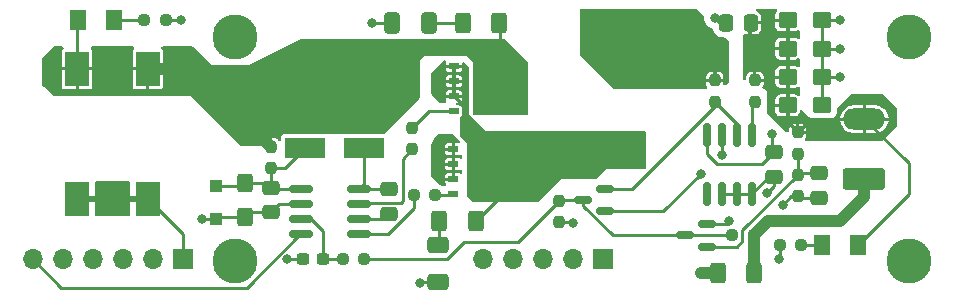
<source format=gbr>
%TF.GenerationSoftware,KiCad,Pcbnew,(6.0.1)*%
%TF.CreationDate,2022-06-13T19:43:20+02:00*%
%TF.ProjectId,Buck IRS25411,4275636b-2049-4525-9332-353431312e6b,rev?*%
%TF.SameCoordinates,Original*%
%TF.FileFunction,Copper,L1,Top*%
%TF.FilePolarity,Positive*%
%FSLAX46Y46*%
G04 Gerber Fmt 4.6, Leading zero omitted, Abs format (unit mm)*
G04 Created by KiCad (PCBNEW (6.0.1)) date 2022-06-13 19:43:20*
%MOMM*%
%LPD*%
G01*
G04 APERTURE LIST*
G04 Aperture macros list*
%AMRoundRect*
0 Rectangle with rounded corners*
0 $1 Rounding radius*
0 $2 $3 $4 $5 $6 $7 $8 $9 X,Y pos of 4 corners*
0 Add a 4 corners polygon primitive as box body*
4,1,4,$2,$3,$4,$5,$6,$7,$8,$9,$2,$3,0*
0 Add four circle primitives for the rounded corners*
1,1,$1+$1,$2,$3*
1,1,$1+$1,$4,$5*
1,1,$1+$1,$6,$7*
1,1,$1+$1,$8,$9*
0 Add four rect primitives between the rounded corners*
20,1,$1+$1,$2,$3,$4,$5,0*
20,1,$1+$1,$4,$5,$6,$7,0*
20,1,$1+$1,$6,$7,$8,$9,0*
20,1,$1+$1,$8,$9,$2,$3,0*%
G04 Aperture macros list end*
%TA.AperFunction,SMDPad,CuDef*%
%ADD10RoundRect,0.250000X0.337500X0.475000X-0.337500X0.475000X-0.337500X-0.475000X0.337500X-0.475000X0*%
%TD*%
%TA.AperFunction,ConnectorPad*%
%ADD11C,3.800000*%
%TD*%
%TA.AperFunction,ComponentPad*%
%ADD12C,2.600000*%
%TD*%
%TA.AperFunction,SMDPad,CuDef*%
%ADD13RoundRect,0.237500X-0.250000X-0.237500X0.250000X-0.237500X0.250000X0.237500X-0.250000X0.237500X0*%
%TD*%
%TA.AperFunction,SMDPad,CuDef*%
%ADD14RoundRect,0.237500X0.250000X0.237500X-0.250000X0.237500X-0.250000X-0.237500X0.250000X-0.237500X0*%
%TD*%
%TA.AperFunction,SMDPad,CuDef*%
%ADD15R,0.850000X0.500000*%
%TD*%
%TA.AperFunction,SMDPad,CuDef*%
%ADD16R,4.550000X4.410000*%
%TD*%
%TA.AperFunction,SMDPad,CuDef*%
%ADD17RoundRect,0.250001X-0.462499X-0.624999X0.462499X-0.624999X0.462499X0.624999X-0.462499X0.624999X0*%
%TD*%
%TA.AperFunction,SMDPad,CuDef*%
%ADD18RoundRect,0.250001X0.462499X0.624999X-0.462499X0.624999X-0.462499X-0.624999X0.462499X-0.624999X0*%
%TD*%
%TA.AperFunction,SMDPad,CuDef*%
%ADD19RoundRect,0.250000X-0.475000X0.337500X-0.475000X-0.337500X0.475000X-0.337500X0.475000X0.337500X0*%
%TD*%
%TA.AperFunction,SMDPad,CuDef*%
%ADD20R,2.000000X3.000000*%
%TD*%
%TA.AperFunction,SMDPad,CuDef*%
%ADD21R,5.400000X2.900000*%
%TD*%
%TA.AperFunction,SMDPad,CuDef*%
%ADD22RoundRect,0.250000X-0.537500X-0.425000X0.537500X-0.425000X0.537500X0.425000X-0.537500X0.425000X0*%
%TD*%
%TA.AperFunction,SMDPad,CuDef*%
%ADD23RoundRect,0.250000X-0.425000X0.537500X-0.425000X-0.537500X0.425000X-0.537500X0.425000X0.537500X0*%
%TD*%
%TA.AperFunction,ComponentPad*%
%ADD24R,1.700000X1.700000*%
%TD*%
%TA.AperFunction,ComponentPad*%
%ADD25O,1.700000X1.700000*%
%TD*%
%TA.AperFunction,ComponentPad*%
%ADD26RoundRect,0.250000X1.550000X-0.650000X1.550000X0.650000X-1.550000X0.650000X-1.550000X-0.650000X0*%
%TD*%
%TA.AperFunction,ComponentPad*%
%ADD27O,3.600000X1.800000*%
%TD*%
%TA.AperFunction,SMDPad,CuDef*%
%ADD28RoundRect,0.237500X0.300000X0.237500X-0.300000X0.237500X-0.300000X-0.237500X0.300000X-0.237500X0*%
%TD*%
%TA.AperFunction,SMDPad,CuDef*%
%ADD29R,3.500000X1.800000*%
%TD*%
%TA.AperFunction,SMDPad,CuDef*%
%ADD30R,1.100000X1.100000*%
%TD*%
%TA.AperFunction,SMDPad,CuDef*%
%ADD31RoundRect,0.150000X0.587500X0.150000X-0.587500X0.150000X-0.587500X-0.150000X0.587500X-0.150000X0*%
%TD*%
%TA.AperFunction,SMDPad,CuDef*%
%ADD32RoundRect,0.250000X0.400000X0.625000X-0.400000X0.625000X-0.400000X-0.625000X0.400000X-0.625000X0*%
%TD*%
%TA.AperFunction,SMDPad,CuDef*%
%ADD33RoundRect,0.237500X-0.237500X0.250000X-0.237500X-0.250000X0.237500X-0.250000X0.237500X0.250000X0*%
%TD*%
%TA.AperFunction,SMDPad,CuDef*%
%ADD34RoundRect,0.237500X0.237500X-0.250000X0.237500X0.250000X-0.237500X0.250000X-0.237500X-0.250000X0*%
%TD*%
%TA.AperFunction,SMDPad,CuDef*%
%ADD35RoundRect,0.150000X-0.825000X-0.150000X0.825000X-0.150000X0.825000X0.150000X-0.825000X0.150000X0*%
%TD*%
%TA.AperFunction,SMDPad,CuDef*%
%ADD36RoundRect,0.150000X0.150000X-0.825000X0.150000X0.825000X-0.150000X0.825000X-0.150000X-0.825000X0*%
%TD*%
%TA.AperFunction,SMDPad,CuDef*%
%ADD37RoundRect,0.250000X0.412500X0.650000X-0.412500X0.650000X-0.412500X-0.650000X0.412500X-0.650000X0*%
%TD*%
%TA.AperFunction,SMDPad,CuDef*%
%ADD38RoundRect,0.250000X-0.650000X0.412500X-0.650000X-0.412500X0.650000X-0.412500X0.650000X0.412500X0*%
%TD*%
%TA.AperFunction,ViaPad*%
%ADD39C,0.800000*%
%TD*%
%TA.AperFunction,Conductor*%
%ADD40C,0.250000*%
%TD*%
%TA.AperFunction,Conductor*%
%ADD41C,1.000000*%
%TD*%
G04 APERTURE END LIST*
D10*
%TO.P,C8,1*%
%TO.N,/Uout*%
X151637500Y-90800000D03*
%TO.P,C8,2*%
%TO.N,GND*%
X149562500Y-90800000D03*
%TD*%
D11*
%TO.P,H4,1,1*%
%TO.N,GND*%
X165000000Y-92000000D03*
D12*
X165000000Y-92000000D03*
%TD*%
D11*
%TO.P,H3,1,1*%
%TO.N,GND*%
X165000000Y-111000000D03*
D12*
X165000000Y-111000000D03*
%TD*%
D11*
%TO.P,H2,1,1*%
%TO.N,GND*%
X108000000Y-111000000D03*
D12*
X108000000Y-111000000D03*
%TD*%
D11*
%TO.P,H1,1,1*%
%TO.N,GND*%
X108000000Y-92000000D03*
D12*
X108000000Y-92000000D03*
%TD*%
D13*
%TO.P,R16,1*%
%TO.N,GND*%
X154087500Y-109600000D03*
%TO.P,R16,2*%
%TO.N,Net-(D4-Pad1)*%
X155912500Y-109600000D03*
%TD*%
D14*
%TO.P,R15,1*%
%TO.N,GND*%
X102112500Y-90600000D03*
%TO.P,R15,2*%
%TO.N,Net-(D3-Pad1)*%
X100287500Y-90600000D03*
%TD*%
D15*
%TO.P,Q2,1,S*%
%TO.N,GND*%
X126450000Y-101495000D03*
%TO.P,Q2,2,S*%
X126450000Y-102765000D03*
%TO.P,Q2,3,S*%
X126450000Y-104035000D03*
%TO.P,Q2,4,G*%
%TO.N,Net-(R4-Pad2)*%
X126450000Y-105305000D03*
D16*
%TO.P,Q2,5,D*%
%TO.N,Net-(L1-Pad1)*%
X130400000Y-103400000D03*
%TD*%
D17*
%TO.P,D4,1,K*%
%TO.N,Net-(D4-Pad1)*%
X157712500Y-109600000D03*
%TO.P,D4,2,A*%
%TO.N,/Uout*%
X160687500Y-109600000D03*
%TD*%
D18*
%TO.P,D3,1,K*%
%TO.N,Net-(D3-Pad1)*%
X97687500Y-90600000D03*
%TO.P,D3,2,A*%
%TO.N,+VDC*%
X94712500Y-90600000D03*
%TD*%
D19*
%TO.P,C10,1*%
%TO.N,/Uref*%
X157400000Y-103562500D03*
%TO.P,C10,2*%
%TO.N,GND*%
X157400000Y-105637500D03*
%TD*%
%TO.P,C5,1*%
%TO.N,Net-(C5-Pad1)*%
X121000000Y-104912500D03*
%TO.P,C5,2*%
%TO.N,Net-(C5-Pad2)*%
X121000000Y-106987500D03*
%TD*%
%TO.P,C3,1*%
%TO.N,Net-(C1-Pad1)*%
X111000000Y-104762500D03*
%TO.P,C3,2*%
%TO.N,GND*%
X111000000Y-106837500D03*
%TD*%
%TO.P,C2,1*%
%TO.N,+VDC*%
X153600000Y-101762500D03*
%TO.P,C2,2*%
%TO.N,GND*%
X153600000Y-103837500D03*
%TD*%
D20*
%TO.P,J1,1*%
%TO.N,+VDC*%
X94600000Y-94700000D03*
X100600000Y-94700000D03*
%TO.P,J1,2*%
%TO.N,GND*%
X100600000Y-105700000D03*
%TO.P,J1,3*%
X94600000Y-105700000D03*
%TD*%
D21*
%TO.P,L1,2,2*%
%TO.N,Net-(L1-Pad2)*%
X140000000Y-91950000D03*
%TO.P,L1,1,1*%
%TO.N,Net-(L1-Pad1)*%
X140000000Y-101650000D03*
%TD*%
D22*
%TO.P,C13,2*%
%TO.N,GND*%
X157637500Y-90600000D03*
%TO.P,C13,1*%
%TO.N,/Uout*%
X154762500Y-90600000D03*
%TD*%
%TO.P,C12,2*%
%TO.N,GND*%
X157637500Y-93000000D03*
%TO.P,C12,1*%
%TO.N,/Uout*%
X154762500Y-93000000D03*
%TD*%
%TO.P,C11,2*%
%TO.N,GND*%
X157637500Y-95400000D03*
%TO.P,C11,1*%
%TO.N,/Uout*%
X154762500Y-95400000D03*
%TD*%
%TO.P,C9,2*%
%TO.N,GND*%
X157637500Y-97800000D03*
%TO.P,C9,1*%
%TO.N,/Uout*%
X154762500Y-97800000D03*
%TD*%
D23*
%TO.P,C1,1*%
%TO.N,Net-(C1-Pad1)*%
X108800000Y-104362500D03*
%TO.P,C1,2*%
%TO.N,GND*%
X108800000Y-107237500D03*
%TD*%
D24*
%TO.P,J3,1,Pin_1*%
%TO.N,GND*%
X103550000Y-110800000D03*
D25*
%TO.P,J3,2,Pin_2*%
%TO.N,+VDC*%
X101010000Y-110800000D03*
%TO.P,J3,3,Pin_3*%
X98470000Y-110800000D03*
%TO.P,J3,4,Pin_4*%
%TO.N,unconnected-(J3-Pad4)*%
X95930000Y-110800000D03*
%TO.P,J3,5,Pin_5*%
%TO.N,unconnected-(J3-Pad5)*%
X93390000Y-110800000D03*
%TO.P,J3,6,Pin_6*%
%TO.N,/RC*%
X90850000Y-110800000D03*
%TD*%
D24*
%TO.P,J2,1,Pin_1*%
%TO.N,/Uout*%
X139110000Y-110800000D03*
D25*
%TO.P,J2,2,Pin_2*%
X136570000Y-110800000D03*
%TO.P,J2,3,Pin_3*%
X134030000Y-110800000D03*
%TO.P,J2,4,Pin_4*%
X131490000Y-110800000D03*
%TO.P,J2,5,Pin_5*%
%TO.N,GND*%
X128950000Y-110800000D03*
%TD*%
D26*
%TO.P,J4,1,Pin_1*%
%TO.N,Net-(J4-Pad1)*%
X161267500Y-104042500D03*
D27*
%TO.P,J4,2,Pin_2*%
%TO.N,/Uout*%
X161267500Y-98962500D03*
%TD*%
D28*
%TO.P,C4,1*%
%TO.N,Net-(C4-Pad1)*%
X115462500Y-110800000D03*
%TO.P,C4,2*%
%TO.N,GND*%
X113737500Y-110800000D03*
%TD*%
D29*
%TO.P,D2,1,K*%
%TO.N,Net-(C5-Pad1)*%
X118900000Y-101400000D03*
%TO.P,D2,2,A*%
%TO.N,Net-(C1-Pad1)*%
X113900000Y-101400000D03*
%TD*%
D30*
%TO.P,D1,1,K*%
%TO.N,Net-(C1-Pad1)*%
X106400000Y-104600000D03*
%TO.P,D1,2,A*%
%TO.N,GND*%
X106400000Y-107400000D03*
%TD*%
D31*
%TO.P,Q3,1,B*%
%TO.N,Net-(Q3-Pad1)*%
X139337500Y-106750000D03*
%TO.P,Q3,2,E*%
%TO.N,Net-(Q3-Pad2)*%
X139337500Y-104850000D03*
%TO.P,Q3,3,C*%
%TO.N,/Ufb*%
X137462500Y-105800000D03*
%TD*%
D32*
%TO.P,R5,1*%
%TO.N,+VDC*%
X130350000Y-90800000D03*
%TO.P,R5,2*%
%TO.N,Net-(C6-Pad1)*%
X127250000Y-90800000D03*
%TD*%
D33*
%TO.P,R1,1*%
%TO.N,+VDC*%
X111000000Y-101287500D03*
%TO.P,R1,2*%
%TO.N,Net-(C1-Pad1)*%
X111000000Y-103112500D03*
%TD*%
D34*
%TO.P,R3,1*%
%TO.N,Net-(R3-Pad1)*%
X123000000Y-101512500D03*
%TO.P,R3,2*%
%TO.N,Net-(Q1-Pad4)*%
X123000000Y-99687500D03*
%TD*%
D32*
%TO.P,R8,2*%
%TO.N,Net-(L1-Pad2)*%
X148850000Y-93000000D03*
%TO.P,R8,1*%
%TO.N,/Uout*%
X151950000Y-93000000D03*
%TD*%
%TO.P,R6,1*%
%TO.N,Net-(L1-Pad1)*%
X128350000Y-107600000D03*
%TO.P,R6,2*%
%TO.N,Net-(C7-Pad1)*%
X125250000Y-107600000D03*
%TD*%
D13*
%TO.P,R4,1*%
%TO.N,Net-(R4-Pad1)*%
X123087500Y-105400000D03*
%TO.P,R4,2*%
%TO.N,Net-(R4-Pad2)*%
X124912500Y-105400000D03*
%TD*%
D33*
%TO.P,R7,2*%
%TO.N,Net-(Q3-Pad2)*%
X148600000Y-97512500D03*
%TO.P,R7,1*%
%TO.N,Net-(L1-Pad2)*%
X148600000Y-95687500D03*
%TD*%
%TO.P,R10,2*%
%TO.N,Net-(R10-Pad2)*%
X152000000Y-97512500D03*
%TO.P,R10,1*%
%TO.N,/Uout*%
X152000000Y-95687500D03*
%TD*%
%TO.P,R11,2*%
%TO.N,/Uref*%
X155600000Y-101912500D03*
%TO.P,R11,1*%
%TO.N,/Uout*%
X155600000Y-100087500D03*
%TD*%
D13*
%TO.P,R13,2*%
%TO.N,Net-(J4-Pad1)*%
X151912500Y-108800000D03*
%TO.P,R13,1*%
%TO.N,/Ufb*%
X150087500Y-108800000D03*
%TD*%
D32*
%TO.P,R14,2*%
%TO.N,GND*%
X148850000Y-112000000D03*
%TO.P,R14,1*%
%TO.N,Net-(J4-Pad1)*%
X151950000Y-112000000D03*
%TD*%
D14*
%TO.P,R2,1*%
%TO.N,/Ufb*%
X118912500Y-110800000D03*
%TO.P,R2,2*%
%TO.N,Net-(C4-Pad1)*%
X117087500Y-110800000D03*
%TD*%
D33*
%TO.P,R9,1*%
%TO.N,/Ufb*%
X135400000Y-105887500D03*
%TO.P,R9,2*%
%TO.N,GND*%
X135400000Y-107712500D03*
%TD*%
D35*
%TO.P,U2,1,VCC*%
%TO.N,Net-(C1-Pad1)*%
X113525000Y-104895000D03*
%TO.P,U2,2,COM*%
%TO.N,GND*%
X113525000Y-106165000D03*
%TO.P,U2,3,IFB*%
%TO.N,Net-(C4-Pad1)*%
X113525000Y-107435000D03*
%TO.P,U2,4,ENN*%
%TO.N,/RC*%
X113525000Y-108705000D03*
%TO.P,U2,5,LO*%
%TO.N,Net-(R4-Pad1)*%
X118475000Y-108705000D03*
%TO.P,U2,6,VS*%
%TO.N,Net-(C5-Pad2)*%
X118475000Y-107435000D03*
%TO.P,U2,7,HO*%
%TO.N,Net-(R3-Pad1)*%
X118475000Y-106165000D03*
%TO.P,U2,8,VB*%
%TO.N,Net-(C5-Pad1)*%
X118475000Y-104895000D03*
%TD*%
D31*
%TO.P,U3,1,REF*%
%TO.N,/Uref*%
X147937500Y-109750000D03*
%TO.P,U3,2,K*%
%TO.N,/Uout*%
X147937500Y-107850000D03*
%TO.P,U3,3,A*%
%TO.N,/Ufb*%
X146062500Y-108800000D03*
%TD*%
D36*
%TO.P,U1,8,V+*%
%TO.N,+VDC*%
X147895000Y-100325000D03*
%TO.P,U1,7*%
%TO.N,Net-(Q3-Pad1)*%
X149165000Y-100325000D03*
%TO.P,U1,6,-*%
%TO.N,Net-(Q3-Pad2)*%
X150435000Y-100325000D03*
%TO.P,U1,5,+*%
%TO.N,Net-(R10-Pad2)*%
X151705000Y-100325000D03*
%TO.P,U1,4,V-*%
%TO.N,GND*%
X151705000Y-105275000D03*
%TO.P,U1,3,+*%
X150435000Y-105275000D03*
%TO.P,U1,2,-*%
X149165000Y-105275000D03*
%TO.P,U1,1*%
%TO.N,unconnected-(U1-Pad1)*%
X147895000Y-105275000D03*
%TD*%
D15*
%TO.P,Q1,1,S*%
%TO.N,Net-(L1-Pad1)*%
X126500000Y-94495000D03*
%TO.P,Q1,2,S*%
X126500000Y-95765000D03*
%TO.P,Q1,3,S*%
X126500000Y-97035000D03*
%TO.P,Q1,4,G*%
%TO.N,Net-(Q1-Pad4)*%
X126500000Y-98305000D03*
D16*
%TO.P,Q1,5,D*%
%TO.N,+VDC*%
X130450000Y-96400000D03*
%TD*%
D37*
%TO.P,C6,1*%
%TO.N,Net-(C6-Pad1)*%
X124362500Y-90800000D03*
%TO.P,C6,2*%
%TO.N,GND*%
X121237500Y-90800000D03*
%TD*%
D38*
%TO.P,C7,1*%
%TO.N,Net-(C7-Pad1)*%
X125200000Y-109637500D03*
%TO.P,C7,2*%
%TO.N,GND*%
X125200000Y-112762500D03*
%TD*%
D33*
%TO.P,R12,2*%
%TO.N,GND*%
X155600000Y-105512500D03*
%TO.P,R12,1*%
%TO.N,/Uref*%
X155600000Y-103687500D03*
%TD*%
D39*
%TO.N,+VDC*%
X92600000Y-95800000D03*
X92600000Y-94800000D03*
X92600000Y-93800000D03*
%TO.N,GND*%
X136600000Y-107800000D03*
X147400000Y-112000000D03*
X154000000Y-110800000D03*
X154400000Y-106200000D03*
%TO.N,/Uout*%
X149800000Y-107600000D03*
%TO.N,Net-(Q3-Pad1)*%
X147400000Y-103600000D03*
X149200000Y-102000000D03*
%TO.N,GND*%
X153031450Y-105231450D03*
%TO.N,+VDC*%
X153400000Y-100200000D03*
X130450000Y-92950000D03*
%TO.N,GND*%
X159200000Y-90600000D03*
X159200000Y-93000000D03*
X159200000Y-95400000D03*
X148600000Y-90400000D03*
X98600000Y-104800000D03*
X97600000Y-104800000D03*
X96600000Y-104800000D03*
X98600000Y-106600000D03*
X97600000Y-106600000D03*
X96600000Y-106600000D03*
X119600000Y-90800000D03*
X125200000Y-100800000D03*
X125200000Y-101800000D03*
X125200000Y-102800000D03*
X125200000Y-103800000D03*
X123600000Y-112800000D03*
X112400000Y-110800000D03*
X105200000Y-107400000D03*
X103400000Y-90600000D03*
%TD*%
D40*
%TO.N,GND*%
X150435000Y-105275000D02*
X151705000Y-105275000D01*
X149165000Y-105275000D02*
X150435000Y-105275000D01*
D41*
X148850000Y-112000000D02*
X147400000Y-112000000D01*
%TO.N,Net-(J4-Pad1)*%
X151912500Y-111962500D02*
X151950000Y-112000000D01*
X151912500Y-108800000D02*
X151912500Y-111962500D01*
X153112500Y-107600000D02*
X151912500Y-108800000D01*
X159200000Y-107600000D02*
X153112500Y-107600000D01*
X161267500Y-105532500D02*
X159200000Y-107600000D01*
X161267500Y-104042500D02*
X161267500Y-105532500D01*
D40*
%TO.N,/RC*%
X93274511Y-113224511D02*
X90850000Y-110800000D01*
X108950875Y-113224511D02*
X93274511Y-113224511D01*
X113470386Y-108705000D02*
X108950875Y-113224511D01*
X113525000Y-108705000D02*
X113470386Y-108705000D01*
%TO.N,GND*%
X136512500Y-107712500D02*
X136600000Y-107800000D01*
X135400000Y-107712500D02*
X136512500Y-107712500D01*
X154087500Y-110712500D02*
X154000000Y-110800000D01*
X154087500Y-109600000D02*
X154087500Y-110712500D01*
X155087500Y-105512500D02*
X154400000Y-106200000D01*
X155600000Y-105512500D02*
X155087500Y-105512500D01*
X155725000Y-105637500D02*
X155600000Y-105512500D01*
X157200000Y-105637500D02*
X155725000Y-105637500D01*
%TO.N,/Uout*%
X149550000Y-107850000D02*
X147937500Y-107850000D01*
X149800000Y-107600000D02*
X149550000Y-107850000D01*
%TO.N,Net-(Q3-Pad1)*%
X144250000Y-106750000D02*
X139337500Y-106750000D01*
X149165000Y-100325000D02*
X149165000Y-101965000D01*
X149165000Y-101965000D02*
X149200000Y-102000000D01*
X147400000Y-103600000D02*
X144250000Y-106750000D01*
%TO.N,GND*%
X153600000Y-104662900D02*
X153031450Y-105231450D01*
X153600000Y-103837500D02*
X153600000Y-104662900D01*
X153142500Y-103837500D02*
X151705000Y-105275000D01*
X153600000Y-103837500D02*
X153142500Y-103837500D01*
%TO.N,+VDC*%
X152562500Y-102800000D02*
X153600000Y-101762500D01*
X148800000Y-102800000D02*
X152562500Y-102800000D01*
X147895000Y-101895000D02*
X148800000Y-102800000D01*
X147895000Y-100325000D02*
X147895000Y-101895000D01*
X153400000Y-100200000D02*
X153400000Y-101562500D01*
X153400000Y-101562500D02*
X153600000Y-101762500D01*
X130450000Y-92950000D02*
X130450000Y-96400000D01*
%TO.N,GND*%
X157637500Y-90600000D02*
X159200000Y-90600000D01*
X157637500Y-93000000D02*
X159200000Y-93000000D01*
X157637500Y-95400000D02*
X159200000Y-95400000D01*
X157637500Y-95400000D02*
X157637500Y-97800000D01*
X157637500Y-93000000D02*
X157637500Y-95400000D01*
X157637500Y-90600000D02*
X157637500Y-93000000D01*
X149000000Y-90800000D02*
X148600000Y-90400000D01*
X149737500Y-90800000D02*
X149000000Y-90800000D01*
%TO.N,Net-(C4-Pad1)*%
X114435000Y-107435000D02*
X115462500Y-108462500D01*
X113525000Y-107435000D02*
X114435000Y-107435000D01*
X115462500Y-108462500D02*
X115462500Y-110800000D01*
%TO.N,+VDC*%
X130350000Y-90800000D02*
X130450000Y-90900000D01*
X130450000Y-90900000D02*
X130450000Y-92950000D01*
%TO.N,GND*%
X121237500Y-90800000D02*
X119600000Y-90800000D01*
X126450000Y-102765000D02*
X126450000Y-101495000D01*
X126450000Y-104035000D02*
X126450000Y-102765000D01*
X123637500Y-112762500D02*
X123600000Y-112800000D01*
X125200000Y-112762500D02*
X123637500Y-112762500D01*
X113737500Y-110800000D02*
X112400000Y-110800000D01*
X106600000Y-107400000D02*
X105200000Y-107400000D01*
X102112500Y-90600000D02*
X103400000Y-90600000D01*
X103550000Y-108650000D02*
X103550000Y-110800000D01*
X100600000Y-105700000D02*
X103550000Y-108650000D01*
X94600000Y-105700000D02*
X100600000Y-105700000D01*
%TO.N,/Uref*%
X150450000Y-109750000D02*
X147937500Y-109750000D01*
X150899520Y-108387980D02*
X150899520Y-109300480D01*
X150899520Y-109300480D02*
X150450000Y-109750000D01*
X155600000Y-103687500D02*
X150899520Y-108387980D01*
X155725000Y-103562500D02*
X155600000Y-103687500D01*
X157200000Y-103562500D02*
X155725000Y-103562500D01*
X155600000Y-101912500D02*
X155600000Y-103687500D01*
%TO.N,/Uout*%
X165000000Y-102695000D02*
X161267500Y-98962500D01*
X165000000Y-105287500D02*
X165000000Y-102695000D01*
X160687500Y-109600000D02*
X165000000Y-105287500D01*
%TO.N,Net-(D4-Pad1)*%
X157712500Y-109600000D02*
X155912500Y-109600000D01*
%TO.N,/Ufb*%
X150087500Y-108800000D02*
X146062500Y-108800000D01*
X139978928Y-108800000D02*
X137462500Y-106283572D01*
X137462500Y-106283572D02*
X137462500Y-105800000D01*
X146062500Y-108800000D02*
X139978928Y-108800000D01*
X125912493Y-110800000D02*
X118912500Y-110800000D01*
X127337013Y-109375480D02*
X125912493Y-110800000D01*
X131912020Y-109375480D02*
X127337013Y-109375480D01*
X135400000Y-105887500D02*
X131912020Y-109375480D01*
X135487500Y-105800000D02*
X135400000Y-105887500D01*
X137462500Y-105800000D02*
X135487500Y-105800000D01*
%TO.N,Net-(Q3-Pad2)*%
X148600000Y-97849022D02*
X148600000Y-97512500D01*
X141599022Y-104850000D02*
X148600000Y-97849022D01*
X139337500Y-104850000D02*
X141599022Y-104850000D01*
X150435000Y-99347500D02*
X148600000Y-97512500D01*
X150435000Y-100325000D02*
X150435000Y-99347500D01*
%TO.N,Net-(R10-Pad2)*%
X151705000Y-97807500D02*
X151705000Y-100325000D01*
X152000000Y-97512500D02*
X151705000Y-97807500D01*
%TO.N,/Uout*%
X156725000Y-98962500D02*
X161267500Y-98962500D01*
X155600000Y-100087500D02*
X156725000Y-98962500D01*
X154762500Y-99250000D02*
X155600000Y-100087500D01*
X154762500Y-97800000D02*
X154762500Y-99250000D01*
X154762500Y-95400000D02*
X154762500Y-97800000D01*
X154762500Y-93000000D02*
X154762500Y-95400000D01*
X154762500Y-90600000D02*
X154762500Y-93000000D01*
X151950000Y-95637500D02*
X152000000Y-95687500D01*
X151950000Y-93000000D02*
X151950000Y-95637500D01*
X151462500Y-92512500D02*
X151950000Y-93000000D01*
X151462500Y-90800000D02*
X151462500Y-92512500D01*
%TO.N,Net-(L1-Pad2)*%
X148600000Y-95687500D02*
X148600000Y-93250000D01*
X148600000Y-93250000D02*
X148850000Y-93000000D01*
X147800000Y-91950000D02*
X148850000Y-93000000D01*
X140000000Y-91950000D02*
X147800000Y-91950000D01*
%TO.N,Net-(L1-Pad1)*%
X138250000Y-103400000D02*
X140000000Y-101650000D01*
X130400000Y-103400000D02*
X138250000Y-103400000D01*
%TO.N,Net-(C7-Pad1)*%
X125250000Y-109587500D02*
X125200000Y-109637500D01*
X125250000Y-107600000D02*
X125250000Y-109587500D01*
%TO.N,Net-(L1-Pad1)*%
X130400000Y-105550000D02*
X130400000Y-103400000D01*
X128350000Y-107600000D02*
X130400000Y-105550000D01*
X127249511Y-100249511D02*
X130400000Y-103400000D01*
X127249511Y-97784511D02*
X127249511Y-100249511D01*
X126500000Y-97035000D02*
X127249511Y-97784511D01*
X126500000Y-95765000D02*
X126500000Y-97035000D01*
X126500000Y-94495000D02*
X126500000Y-95765000D01*
%TO.N,Net-(C6-Pad1)*%
X127250000Y-90800000D02*
X124362500Y-90800000D01*
%TO.N,Net-(R4-Pad2)*%
X126355000Y-105400000D02*
X126450000Y-105305000D01*
X124912500Y-105400000D02*
X126355000Y-105400000D01*
%TO.N,Net-(R4-Pad1)*%
X120907493Y-108705000D02*
X123087500Y-106524993D01*
X118475000Y-108705000D02*
X120907493Y-108705000D01*
X123087500Y-106524993D02*
X123087500Y-105400000D01*
%TO.N,Net-(C5-Pad2)*%
X120552500Y-107435000D02*
X121000000Y-106987500D01*
X118475000Y-107435000D02*
X120552500Y-107435000D01*
%TO.N,Net-(Q1-Pad4)*%
X124382500Y-98305000D02*
X126500000Y-98305000D01*
X123000000Y-99687500D02*
X124382500Y-98305000D01*
%TO.N,Net-(R3-Pad1)*%
X122200000Y-105875480D02*
X122200000Y-102312500D01*
X122200000Y-102312500D02*
X123000000Y-101512500D01*
X122000000Y-106075480D02*
X122200000Y-105875480D01*
X118564520Y-106075480D02*
X122000000Y-106075480D01*
X118475000Y-106165000D02*
X118564520Y-106075480D01*
%TO.N,Net-(C5-Pad1)*%
X118492500Y-104912500D02*
X118475000Y-104895000D01*
X121000000Y-104912500D02*
X118492500Y-104912500D01*
X118900000Y-104470000D02*
X118475000Y-104895000D01*
X118900000Y-101400000D02*
X118900000Y-104470000D01*
%TO.N,Net-(C1-Pad1)*%
X112187500Y-103112500D02*
X111000000Y-103112500D01*
X113900000Y-101400000D02*
X112187500Y-103112500D01*
%TO.N,Net-(C4-Pad1)*%
X115462500Y-110800000D02*
X117087500Y-110800000D01*
%TO.N,GND*%
X106762500Y-107237500D02*
X106600000Y-107400000D01*
X109000000Y-107237500D02*
X106762500Y-107237500D01*
X111000000Y-106837500D02*
X109400000Y-106837500D01*
X109400000Y-106837500D02*
X109000000Y-107237500D01*
X111672500Y-106165000D02*
X111000000Y-106837500D01*
X113525000Y-106165000D02*
X111672500Y-106165000D01*
%TO.N,Net-(C1-Pad1)*%
X111106547Y-104895000D02*
X113525000Y-104895000D01*
X111000000Y-104788453D02*
X111106547Y-104895000D01*
X111000000Y-104762500D02*
X111000000Y-104788453D01*
X110600000Y-104362500D02*
X111000000Y-104762500D01*
X109000000Y-104362500D02*
X110600000Y-104362500D01*
X108762500Y-104600000D02*
X109000000Y-104362500D01*
X106600000Y-104600000D02*
X108762500Y-104600000D01*
X111000000Y-103112500D02*
X111000000Y-104762500D01*
D41*
%TO.N,+VDC*%
X104412500Y-94700000D02*
X111000000Y-101287500D01*
X100600000Y-94700000D02*
X104412500Y-94700000D01*
D40*
%TO.N,Net-(D3-Pad1)*%
X97687500Y-90600000D02*
X100287500Y-90600000D01*
%TO.N,+VDC*%
X94600000Y-90712500D02*
X94712500Y-90600000D01*
X94600000Y-94700000D02*
X94600000Y-90712500D01*
%TD*%
%TA.AperFunction,Conductor*%
%TO.N,GND*%
G36*
X126415931Y-100220002D02*
G01*
X126436905Y-100236905D01*
X126975905Y-100775905D01*
X127009931Y-100838217D01*
X127004866Y-100909032D01*
X126962319Y-100965868D01*
X126895799Y-100990679D01*
X126886810Y-100991000D01*
X126595115Y-100991000D01*
X126579876Y-100995475D01*
X126578671Y-100996865D01*
X126577000Y-101004548D01*
X126577000Y-101980884D01*
X126581475Y-101996123D01*
X126582865Y-101997328D01*
X126590548Y-101998999D01*
X126893828Y-101998999D01*
X126906088Y-101997791D01*
X126961931Y-101986685D01*
X126984430Y-101977366D01*
X127003999Y-101964290D01*
X127071752Y-101943075D01*
X127140218Y-101961858D01*
X127187661Y-102014676D01*
X127200000Y-102069055D01*
X127200000Y-102190945D01*
X127179998Y-102259066D01*
X127126342Y-102305559D01*
X127056068Y-102315663D01*
X127003999Y-102295710D01*
X126984428Y-102282633D01*
X126961934Y-102273316D01*
X126906085Y-102262207D01*
X126893830Y-102261000D01*
X126595115Y-102261000D01*
X126579876Y-102265475D01*
X126578671Y-102266865D01*
X126577000Y-102274548D01*
X126577000Y-103250884D01*
X126581475Y-103266123D01*
X126582865Y-103267328D01*
X126590548Y-103268999D01*
X126893828Y-103268999D01*
X126906088Y-103267791D01*
X126961931Y-103256685D01*
X126984430Y-103247366D01*
X127003999Y-103234290D01*
X127071752Y-103213075D01*
X127140218Y-103231858D01*
X127187661Y-103284676D01*
X127200000Y-103339055D01*
X127200000Y-103460945D01*
X127179998Y-103529066D01*
X127126342Y-103575559D01*
X127056068Y-103585663D01*
X127003999Y-103565710D01*
X126984428Y-103552633D01*
X126961934Y-103543316D01*
X126906085Y-103532207D01*
X126893830Y-103531000D01*
X126595115Y-103531000D01*
X126579876Y-103535475D01*
X126578671Y-103536865D01*
X126577000Y-103544548D01*
X126577000Y-104036000D01*
X126556998Y-104104121D01*
X126503342Y-104150614D01*
X126451000Y-104162000D01*
X125789116Y-104162000D01*
X125773877Y-104166475D01*
X125772672Y-104167865D01*
X125771001Y-104175548D01*
X125771001Y-104303828D01*
X125772209Y-104316088D01*
X125783315Y-104371931D01*
X125792634Y-104394429D01*
X125799029Y-104404000D01*
X125820243Y-104471753D01*
X125801459Y-104540219D01*
X125748641Y-104587662D01*
X125694263Y-104600000D01*
X125452190Y-104600000D01*
X125384069Y-104579998D01*
X125363095Y-104563095D01*
X124689885Y-103889885D01*
X125771000Y-103889885D01*
X125775475Y-103905124D01*
X125776865Y-103906329D01*
X125784548Y-103908000D01*
X126304885Y-103908000D01*
X126320124Y-103903525D01*
X126321329Y-103902135D01*
X126323000Y-103894452D01*
X126323000Y-103549116D01*
X126318525Y-103533877D01*
X126317135Y-103532672D01*
X126309452Y-103531001D01*
X126006172Y-103531001D01*
X125993912Y-103532209D01*
X125938069Y-103543315D01*
X125915573Y-103552633D01*
X125852192Y-103594983D01*
X125834983Y-103612192D01*
X125792632Y-103675575D01*
X125783316Y-103698066D01*
X125772207Y-103753915D01*
X125771000Y-103766170D01*
X125771000Y-103889885D01*
X124689885Y-103889885D01*
X124636905Y-103836905D01*
X124602879Y-103774593D01*
X124600000Y-103747810D01*
X124600000Y-103033828D01*
X125771001Y-103033828D01*
X125772209Y-103046088D01*
X125783315Y-103101931D01*
X125792633Y-103124427D01*
X125834983Y-103187808D01*
X125852192Y-103205017D01*
X125915575Y-103247368D01*
X125938066Y-103256684D01*
X125993915Y-103267793D01*
X126006170Y-103269000D01*
X126304885Y-103269000D01*
X126320124Y-103264525D01*
X126321329Y-103263135D01*
X126323000Y-103255452D01*
X126323000Y-102910115D01*
X126318525Y-102894876D01*
X126317135Y-102893671D01*
X126309452Y-102892000D01*
X125789116Y-102892000D01*
X125773877Y-102896475D01*
X125772672Y-102897865D01*
X125771001Y-102905548D01*
X125771001Y-103033828D01*
X124600000Y-103033828D01*
X124600000Y-102619885D01*
X125771000Y-102619885D01*
X125775475Y-102635124D01*
X125776865Y-102636329D01*
X125784548Y-102638000D01*
X126304885Y-102638000D01*
X126320124Y-102633525D01*
X126321329Y-102632135D01*
X126323000Y-102624452D01*
X126323000Y-102279116D01*
X126318525Y-102263877D01*
X126317135Y-102262672D01*
X126309452Y-102261001D01*
X126006172Y-102261001D01*
X125993912Y-102262209D01*
X125938069Y-102273315D01*
X125915573Y-102282633D01*
X125852192Y-102324983D01*
X125834983Y-102342192D01*
X125792632Y-102405575D01*
X125783316Y-102428066D01*
X125772207Y-102483915D01*
X125771000Y-102496170D01*
X125771000Y-102619885D01*
X124600000Y-102619885D01*
X124600000Y-101763828D01*
X125771001Y-101763828D01*
X125772209Y-101776088D01*
X125783315Y-101831931D01*
X125792633Y-101854427D01*
X125834983Y-101917808D01*
X125852192Y-101935017D01*
X125915575Y-101977368D01*
X125938066Y-101986684D01*
X125993915Y-101997793D01*
X126006170Y-101999000D01*
X126304885Y-101999000D01*
X126320124Y-101994525D01*
X126321329Y-101993135D01*
X126323000Y-101985452D01*
X126323000Y-101640115D01*
X126318525Y-101624876D01*
X126317135Y-101623671D01*
X126309452Y-101622000D01*
X125789116Y-101622000D01*
X125773877Y-101626475D01*
X125772672Y-101627865D01*
X125771001Y-101635548D01*
X125771001Y-101763828D01*
X124600000Y-101763828D01*
X124600000Y-101349885D01*
X125771000Y-101349885D01*
X125775475Y-101365124D01*
X125776865Y-101366329D01*
X125784548Y-101368000D01*
X126304885Y-101368000D01*
X126320124Y-101363525D01*
X126321329Y-101362135D01*
X126323000Y-101354452D01*
X126323000Y-101009116D01*
X126318525Y-100993877D01*
X126317135Y-100992672D01*
X126309452Y-100991001D01*
X126006172Y-100991001D01*
X125993912Y-100992209D01*
X125938069Y-101003315D01*
X125915573Y-101012633D01*
X125852192Y-101054983D01*
X125834983Y-101072192D01*
X125792632Y-101135575D01*
X125783316Y-101158066D01*
X125772207Y-101213915D01*
X125771000Y-101226170D01*
X125771000Y-101349885D01*
X124600000Y-101349885D01*
X124600000Y-101042000D01*
X124620002Y-100973879D01*
X124625200Y-100966400D01*
X125162200Y-100250400D01*
X125219074Y-100207905D01*
X125263000Y-100200000D01*
X126347810Y-100200000D01*
X126415931Y-100220002D01*
G37*
%TD.AperFunction*%
%TD*%
%TA.AperFunction,Conductor*%
%TO.N,+VDC*%
G36*
X130815931Y-92220002D02*
G01*
X130836905Y-92236905D01*
X132763095Y-94163095D01*
X132797121Y-94225407D01*
X132800000Y-94252190D01*
X132800000Y-98474000D01*
X132779998Y-98542121D01*
X132726342Y-98588614D01*
X132674000Y-98600000D01*
X128326000Y-98600000D01*
X128257879Y-98579998D01*
X128211386Y-98526342D01*
X128200000Y-98474000D01*
X128200000Y-94200000D01*
X127600000Y-93600000D01*
X124000000Y-93600000D01*
X123600000Y-94000000D01*
X123600000Y-97147810D01*
X123579998Y-97215931D01*
X123563095Y-97236905D01*
X120636905Y-100163095D01*
X120574593Y-100197121D01*
X120547810Y-100200000D01*
X112600000Y-100200000D01*
X112591404Y-100208596D01*
X112529092Y-100242622D01*
X112502310Y-100245501D01*
X112124934Y-100245501D01*
X112089182Y-100252612D01*
X112062874Y-100257844D01*
X112062872Y-100257845D01*
X112050699Y-100260266D01*
X112040379Y-100267161D01*
X112040378Y-100267162D01*
X112032973Y-100272110D01*
X111966516Y-100316516D01*
X111910266Y-100400699D01*
X111895500Y-100474933D01*
X111895500Y-100717639D01*
X111875498Y-100785760D01*
X111821842Y-100832253D01*
X111751568Y-100842357D01*
X111686988Y-100812863D01*
X111668673Y-100793203D01*
X111593998Y-100693563D01*
X111581437Y-100681002D01*
X111483139Y-100607333D01*
X111467553Y-100598799D01*
X111351527Y-100555303D01*
X111336271Y-100551675D01*
X111287424Y-100546369D01*
X111280607Y-100546000D01*
X111145115Y-100546000D01*
X111129876Y-100550475D01*
X111128671Y-100551865D01*
X111127000Y-100559548D01*
X111127000Y-101200000D01*
X110873000Y-101200000D01*
X110873000Y-100564116D01*
X110868525Y-100548877D01*
X110867135Y-100547672D01*
X110859452Y-100546001D01*
X110719395Y-100546001D01*
X110712574Y-100546371D01*
X110663727Y-100551676D01*
X110648476Y-100555302D01*
X110532447Y-100598799D01*
X110516861Y-100607333D01*
X110418563Y-100681002D01*
X110406002Y-100693563D01*
X110332333Y-100791861D01*
X110323799Y-100807447D01*
X110280303Y-100923473D01*
X110276675Y-100938729D01*
X110271369Y-100987576D01*
X110271000Y-100994393D01*
X110271000Y-101074000D01*
X110250998Y-101142121D01*
X110197342Y-101188614D01*
X110145000Y-101200000D01*
X108452190Y-101200000D01*
X108384069Y-101179998D01*
X108363095Y-101163095D01*
X104200000Y-97000000D01*
X92652190Y-97000000D01*
X92584069Y-96979998D01*
X92563095Y-96963095D01*
X91818828Y-96218828D01*
X93346001Y-96218828D01*
X93347209Y-96231088D01*
X93358315Y-96286931D01*
X93367633Y-96309427D01*
X93409983Y-96372808D01*
X93427192Y-96390017D01*
X93490575Y-96432368D01*
X93513066Y-96441684D01*
X93568915Y-96452793D01*
X93581170Y-96454000D01*
X94454885Y-96454000D01*
X94470124Y-96449525D01*
X94471329Y-96448135D01*
X94473000Y-96440452D01*
X94473000Y-96435884D01*
X94727000Y-96435884D01*
X94731475Y-96451123D01*
X94732865Y-96452328D01*
X94740548Y-96453999D01*
X95618828Y-96453999D01*
X95631088Y-96452791D01*
X95686931Y-96441685D01*
X95709427Y-96432367D01*
X95772808Y-96390017D01*
X95790017Y-96372808D01*
X95832368Y-96309425D01*
X95841684Y-96286934D01*
X95852793Y-96231085D01*
X95854000Y-96218830D01*
X95854000Y-96218828D01*
X99346001Y-96218828D01*
X99347209Y-96231088D01*
X99358315Y-96286931D01*
X99367633Y-96309427D01*
X99409983Y-96372808D01*
X99427192Y-96390017D01*
X99490575Y-96432368D01*
X99513066Y-96441684D01*
X99568915Y-96452793D01*
X99581170Y-96454000D01*
X100454885Y-96454000D01*
X100470124Y-96449525D01*
X100471329Y-96448135D01*
X100473000Y-96440452D01*
X100473000Y-96435884D01*
X100727000Y-96435884D01*
X100731475Y-96451123D01*
X100732865Y-96452328D01*
X100740548Y-96453999D01*
X101618828Y-96453999D01*
X101631088Y-96452791D01*
X101686931Y-96441685D01*
X101709427Y-96432367D01*
X101772808Y-96390017D01*
X101790017Y-96372808D01*
X101832368Y-96309425D01*
X101841684Y-96286934D01*
X101852793Y-96231085D01*
X101854000Y-96218830D01*
X101854000Y-94845115D01*
X101849525Y-94829876D01*
X101848135Y-94828671D01*
X101840452Y-94827000D01*
X100745115Y-94827000D01*
X100729876Y-94831475D01*
X100728671Y-94832865D01*
X100727000Y-94840548D01*
X100727000Y-96435884D01*
X100473000Y-96435884D01*
X100473000Y-94845115D01*
X100468525Y-94829876D01*
X100467135Y-94828671D01*
X100459452Y-94827000D01*
X99364116Y-94827000D01*
X99348877Y-94831475D01*
X99347672Y-94832865D01*
X99346001Y-94840548D01*
X99346001Y-96218828D01*
X95854000Y-96218828D01*
X95854000Y-94845115D01*
X95849525Y-94829876D01*
X95848135Y-94828671D01*
X95840452Y-94827000D01*
X94745115Y-94827000D01*
X94729876Y-94831475D01*
X94728671Y-94832865D01*
X94727000Y-94840548D01*
X94727000Y-96435884D01*
X94473000Y-96435884D01*
X94473000Y-94845115D01*
X94468525Y-94829876D01*
X94467135Y-94828671D01*
X94459452Y-94827000D01*
X93364116Y-94827000D01*
X93348877Y-94831475D01*
X93347672Y-94832865D01*
X93346001Y-94840548D01*
X93346001Y-96218828D01*
X91818828Y-96218828D01*
X91636905Y-96036905D01*
X91602879Y-95974593D01*
X91600000Y-95947810D01*
X91600000Y-93852190D01*
X91620002Y-93784069D01*
X91636905Y-93763095D01*
X92563095Y-92836905D01*
X92625407Y-92802879D01*
X92652190Y-92800000D01*
X93332985Y-92800000D01*
X93401106Y-92820002D01*
X93447599Y-92873658D01*
X93457703Y-92943932D01*
X93428209Y-93008512D01*
X93422080Y-93015095D01*
X93409983Y-93027192D01*
X93367632Y-93090575D01*
X93358316Y-93113066D01*
X93347207Y-93168915D01*
X93346000Y-93181170D01*
X93346000Y-94554885D01*
X93350475Y-94570124D01*
X93351865Y-94571329D01*
X93359548Y-94573000D01*
X95835884Y-94573000D01*
X95851123Y-94568525D01*
X95852328Y-94567135D01*
X95853999Y-94559452D01*
X95853999Y-93181172D01*
X95852791Y-93168912D01*
X95841685Y-93113069D01*
X95832367Y-93090573D01*
X95790017Y-93027192D01*
X95777920Y-93015095D01*
X95743894Y-92952783D01*
X95748959Y-92881968D01*
X95791506Y-92825132D01*
X95858026Y-92800321D01*
X95867015Y-92800000D01*
X99332985Y-92800000D01*
X99401106Y-92820002D01*
X99447599Y-92873658D01*
X99457703Y-92943932D01*
X99428209Y-93008512D01*
X99422080Y-93015095D01*
X99409983Y-93027192D01*
X99367632Y-93090575D01*
X99358316Y-93113066D01*
X99347207Y-93168915D01*
X99346000Y-93181170D01*
X99346000Y-94554885D01*
X99350475Y-94570124D01*
X99351865Y-94571329D01*
X99359548Y-94573000D01*
X101835884Y-94573000D01*
X101851123Y-94568525D01*
X101852328Y-94567135D01*
X101853999Y-94559452D01*
X101853999Y-93181172D01*
X101852791Y-93168912D01*
X101841685Y-93113069D01*
X101832367Y-93090573D01*
X101790017Y-93027192D01*
X101777920Y-93015095D01*
X101743894Y-92952783D01*
X101748959Y-92881968D01*
X101791506Y-92825132D01*
X101858026Y-92800321D01*
X101867015Y-92800000D01*
X104347810Y-92800000D01*
X104415931Y-92820002D01*
X104436905Y-92836905D01*
X106000000Y-94400000D01*
X109200000Y-94400000D01*
X113573396Y-92213302D01*
X113629745Y-92200000D01*
X130747810Y-92200000D01*
X130815931Y-92220002D01*
G37*
%TD.AperFunction*%
%TD*%
%TA.AperFunction,Conductor*%
%TO.N,GND*%
G36*
X99034121Y-104220002D02*
G01*
X99080614Y-104273658D01*
X99092000Y-104326000D01*
X99092000Y-105427885D01*
X99096475Y-105443124D01*
X99097865Y-105444329D01*
X99105548Y-105446000D01*
X100728000Y-105446000D01*
X100796121Y-105466002D01*
X100842614Y-105519658D01*
X100854000Y-105572000D01*
X100854000Y-105828000D01*
X100833998Y-105896121D01*
X100780342Y-105942614D01*
X100728000Y-105954000D01*
X99110116Y-105954000D01*
X99094877Y-105958475D01*
X99093672Y-105959865D01*
X99092001Y-105967548D01*
X99092001Y-107074000D01*
X99071999Y-107142121D01*
X99018343Y-107188614D01*
X98966001Y-107200000D01*
X96234000Y-107200000D01*
X96165879Y-107179998D01*
X96119386Y-107126342D01*
X96108000Y-107074000D01*
X96108000Y-105972115D01*
X96103525Y-105956876D01*
X96102135Y-105955671D01*
X96094452Y-105954000D01*
X94472000Y-105954000D01*
X94403879Y-105933998D01*
X94357386Y-105880342D01*
X94346000Y-105828000D01*
X94346000Y-105572000D01*
X94366002Y-105503879D01*
X94419658Y-105457386D01*
X94472000Y-105446000D01*
X96089884Y-105446000D01*
X96105123Y-105441525D01*
X96106328Y-105440135D01*
X96107999Y-105432452D01*
X96107999Y-104326000D01*
X96128001Y-104257879D01*
X96181657Y-104211386D01*
X96233999Y-104200000D01*
X98966000Y-104200000D01*
X99034121Y-104220002D01*
G37*
%TD.AperFunction*%
%TD*%
%TA.AperFunction,Conductor*%
%TO.N,Net-(L1-Pad1)*%
G36*
X125779347Y-94020002D02*
G01*
X125825840Y-94073658D01*
X125834805Y-94150582D01*
X125822207Y-94213917D01*
X125821000Y-94226170D01*
X125821000Y-94349885D01*
X125825475Y-94365124D01*
X125826865Y-94366329D01*
X125834548Y-94368000D01*
X127160884Y-94368000D01*
X127176123Y-94363525D01*
X127177328Y-94362135D01*
X127178999Y-94354452D01*
X127178999Y-94283189D01*
X127199001Y-94215068D01*
X127252657Y-94168575D01*
X127322931Y-94158471D01*
X127387511Y-94187965D01*
X127394094Y-94194094D01*
X127763095Y-94563095D01*
X127797121Y-94625407D01*
X127800000Y-94652190D01*
X127800000Y-98600000D01*
X129200000Y-100000000D01*
X142674000Y-100000000D01*
X142742121Y-100020002D01*
X142788614Y-100073658D01*
X142800000Y-100126000D01*
X142800000Y-103060138D01*
X142779998Y-103128259D01*
X142763095Y-103149233D01*
X142749233Y-103163095D01*
X142686921Y-103197121D01*
X142660138Y-103200000D01*
X139400000Y-103200000D01*
X138636905Y-103963095D01*
X138574593Y-103997121D01*
X138547810Y-104000000D01*
X135600000Y-104000000D01*
X133636905Y-105963095D01*
X133574593Y-105997121D01*
X133547810Y-106000000D01*
X128252190Y-106000000D01*
X128184069Y-105979998D01*
X128163095Y-105963095D01*
X127636905Y-105436905D01*
X127602879Y-105374593D01*
X127600000Y-105347810D01*
X127600000Y-101000000D01*
X127036905Y-100436905D01*
X127002879Y-100374593D01*
X127000000Y-100347810D01*
X127000000Y-98878319D01*
X127020002Y-98810198D01*
X127055997Y-98773555D01*
X127108484Y-98738484D01*
X127164734Y-98654301D01*
X127179500Y-98580067D01*
X127179499Y-98029934D01*
X127164734Y-97955699D01*
X127147001Y-97929159D01*
X127115377Y-97881832D01*
X127108484Y-97871516D01*
X127024301Y-97815266D01*
X126950067Y-97800500D01*
X126852690Y-97800500D01*
X126784569Y-97780498D01*
X126763595Y-97763595D01*
X126754094Y-97754094D01*
X126720068Y-97691782D01*
X126725133Y-97620967D01*
X126767680Y-97564131D01*
X126834200Y-97539320D01*
X126843189Y-97538999D01*
X126943828Y-97538999D01*
X126956088Y-97537791D01*
X127011931Y-97526685D01*
X127034427Y-97517367D01*
X127097808Y-97475017D01*
X127115017Y-97457808D01*
X127157368Y-97394425D01*
X127166684Y-97371934D01*
X127177793Y-97316085D01*
X127179000Y-97303830D01*
X127179000Y-97180115D01*
X127174525Y-97164876D01*
X127173135Y-97163671D01*
X127165452Y-97162000D01*
X125839116Y-97162000D01*
X125823877Y-97166475D01*
X125822672Y-97167865D01*
X125821001Y-97175548D01*
X125821001Y-97303828D01*
X125822209Y-97316088D01*
X125833315Y-97371931D01*
X125842634Y-97394429D01*
X125849029Y-97404000D01*
X125870243Y-97471753D01*
X125851459Y-97540219D01*
X125798641Y-97587662D01*
X125744263Y-97600000D01*
X125452190Y-97600000D01*
X125384069Y-97579998D01*
X125363095Y-97563095D01*
X124689885Y-96889885D01*
X125821000Y-96889885D01*
X125825475Y-96905124D01*
X125826865Y-96906329D01*
X125834548Y-96908000D01*
X126354885Y-96908000D01*
X126370124Y-96903525D01*
X126371329Y-96902135D01*
X126373000Y-96894452D01*
X126373000Y-96889885D01*
X126627000Y-96889885D01*
X126631475Y-96905124D01*
X126632865Y-96906329D01*
X126640548Y-96908000D01*
X127160884Y-96908000D01*
X127176123Y-96903525D01*
X127177328Y-96902135D01*
X127178999Y-96894452D01*
X127178999Y-96766172D01*
X127177791Y-96753912D01*
X127166685Y-96698069D01*
X127157367Y-96675573D01*
X127115017Y-96612192D01*
X127097808Y-96594983D01*
X127034425Y-96552632D01*
X127011934Y-96543316D01*
X126956085Y-96532207D01*
X126943830Y-96531000D01*
X126645115Y-96531000D01*
X126629876Y-96535475D01*
X126628671Y-96536865D01*
X126627000Y-96544548D01*
X126627000Y-96889885D01*
X126373000Y-96889885D01*
X126373000Y-96549116D01*
X126368525Y-96533877D01*
X126367135Y-96532672D01*
X126359452Y-96531001D01*
X126056172Y-96531001D01*
X126043912Y-96532209D01*
X125988069Y-96543315D01*
X125965573Y-96552633D01*
X125902192Y-96594983D01*
X125884983Y-96612192D01*
X125842632Y-96675575D01*
X125833316Y-96698066D01*
X125822207Y-96753915D01*
X125821000Y-96766170D01*
X125821000Y-96889885D01*
X124689885Y-96889885D01*
X124636905Y-96836905D01*
X124602879Y-96774593D01*
X124600000Y-96747810D01*
X124600000Y-96033828D01*
X125821001Y-96033828D01*
X125822209Y-96046088D01*
X125833315Y-96101931D01*
X125842633Y-96124427D01*
X125884983Y-96187808D01*
X125902192Y-96205017D01*
X125965575Y-96247368D01*
X125988066Y-96256684D01*
X126043915Y-96267793D01*
X126056170Y-96269000D01*
X126354885Y-96269000D01*
X126370124Y-96264525D01*
X126371329Y-96263135D01*
X126373000Y-96255452D01*
X126373000Y-96250884D01*
X126627000Y-96250884D01*
X126631475Y-96266123D01*
X126632865Y-96267328D01*
X126640548Y-96268999D01*
X126943828Y-96268999D01*
X126956088Y-96267791D01*
X127011931Y-96256685D01*
X127034427Y-96247367D01*
X127097808Y-96205017D01*
X127115017Y-96187808D01*
X127157368Y-96124425D01*
X127166684Y-96101934D01*
X127177793Y-96046085D01*
X127179000Y-96033830D01*
X127179000Y-95910115D01*
X127174525Y-95894876D01*
X127173135Y-95893671D01*
X127165452Y-95892000D01*
X126645115Y-95892000D01*
X126629876Y-95896475D01*
X126628671Y-95897865D01*
X126627000Y-95905548D01*
X126627000Y-96250884D01*
X126373000Y-96250884D01*
X126373000Y-95910115D01*
X126368525Y-95894876D01*
X126367135Y-95893671D01*
X126359452Y-95892000D01*
X125839116Y-95892000D01*
X125823877Y-95896475D01*
X125822672Y-95897865D01*
X125821001Y-95905548D01*
X125821001Y-96033828D01*
X124600000Y-96033828D01*
X124600000Y-95619885D01*
X125821000Y-95619885D01*
X125825475Y-95635124D01*
X125826865Y-95636329D01*
X125834548Y-95638000D01*
X126354885Y-95638000D01*
X126370124Y-95633525D01*
X126371329Y-95632135D01*
X126373000Y-95624452D01*
X126373000Y-95619885D01*
X126627000Y-95619885D01*
X126631475Y-95635124D01*
X126632865Y-95636329D01*
X126640548Y-95638000D01*
X127160884Y-95638000D01*
X127176123Y-95633525D01*
X127177328Y-95632135D01*
X127178999Y-95624452D01*
X127178999Y-95496172D01*
X127177791Y-95483912D01*
X127166685Y-95428069D01*
X127157367Y-95405573D01*
X127115017Y-95342192D01*
X127097808Y-95324983D01*
X127034425Y-95282632D01*
X127011934Y-95273316D01*
X126956085Y-95262207D01*
X126943830Y-95261000D01*
X126645115Y-95261000D01*
X126629876Y-95265475D01*
X126628671Y-95266865D01*
X126627000Y-95274548D01*
X126627000Y-95619885D01*
X126373000Y-95619885D01*
X126373000Y-95279116D01*
X126368525Y-95263877D01*
X126367135Y-95262672D01*
X126359452Y-95261001D01*
X126056172Y-95261001D01*
X126043912Y-95262209D01*
X125988069Y-95273315D01*
X125965573Y-95282633D01*
X125902192Y-95324983D01*
X125884983Y-95342192D01*
X125842632Y-95405575D01*
X125833316Y-95428066D01*
X125822207Y-95483915D01*
X125821000Y-95496170D01*
X125821000Y-95619885D01*
X124600000Y-95619885D01*
X124600000Y-95052190D01*
X124620002Y-94984069D01*
X124636905Y-94963095D01*
X124836172Y-94763828D01*
X125821001Y-94763828D01*
X125822209Y-94776088D01*
X125833315Y-94831931D01*
X125842633Y-94854427D01*
X125884983Y-94917808D01*
X125902192Y-94935017D01*
X125965575Y-94977368D01*
X125988066Y-94986684D01*
X126043915Y-94997793D01*
X126056170Y-94999000D01*
X126354885Y-94999000D01*
X126370124Y-94994525D01*
X126371329Y-94993135D01*
X126373000Y-94985452D01*
X126373000Y-94980884D01*
X126627000Y-94980884D01*
X126631475Y-94996123D01*
X126632865Y-94997328D01*
X126640548Y-94998999D01*
X126943828Y-94998999D01*
X126956088Y-94997791D01*
X127011931Y-94986685D01*
X127034427Y-94977367D01*
X127097808Y-94935017D01*
X127115017Y-94917808D01*
X127157368Y-94854425D01*
X127166684Y-94831934D01*
X127177793Y-94776085D01*
X127179000Y-94763830D01*
X127179000Y-94640115D01*
X127174525Y-94624876D01*
X127173135Y-94623671D01*
X127165452Y-94622000D01*
X126645115Y-94622000D01*
X126629876Y-94626475D01*
X126628671Y-94627865D01*
X126627000Y-94635548D01*
X126627000Y-94980884D01*
X126373000Y-94980884D01*
X126373000Y-94640115D01*
X126368525Y-94624876D01*
X126367135Y-94623671D01*
X126359452Y-94622000D01*
X125839116Y-94622000D01*
X125823877Y-94626475D01*
X125822672Y-94627865D01*
X125821001Y-94635548D01*
X125821001Y-94763828D01*
X124836172Y-94763828D01*
X125563095Y-94036905D01*
X125625407Y-94002879D01*
X125652190Y-94000000D01*
X125711226Y-94000000D01*
X125779347Y-94020002D01*
G37*
%TD.AperFunction*%
%TD*%
%TA.AperFunction,Conductor*%
%TO.N,Net-(L1-Pad2)*%
G36*
X147015931Y-89620002D02*
G01*
X147036905Y-89636905D01*
X147654794Y-90254794D01*
X147688820Y-90317106D01*
X147691009Y-90357059D01*
X147686496Y-90400000D01*
X147706458Y-90589928D01*
X147765473Y-90771556D01*
X147860960Y-90936944D01*
X147988747Y-91078866D01*
X148143248Y-91191118D01*
X148149276Y-91193802D01*
X148149278Y-91193803D01*
X148311681Y-91266109D01*
X148317712Y-91268794D01*
X148366147Y-91279089D01*
X148374181Y-91280797D01*
X148436655Y-91314526D01*
X148470976Y-91376675D01*
X148473311Y-91391039D01*
X148477474Y-91431166D01*
X148533450Y-91598946D01*
X148626522Y-91749348D01*
X148751697Y-91874305D01*
X148902262Y-91967115D01*
X148982005Y-91993564D01*
X149063611Y-92020632D01*
X149063613Y-92020632D01*
X149070139Y-92022797D01*
X149076975Y-92023497D01*
X149076978Y-92023498D01*
X149120031Y-92027909D01*
X149174600Y-92033500D01*
X149381310Y-92033500D01*
X149449431Y-92053502D01*
X149470405Y-92070405D01*
X149763095Y-92363095D01*
X149797121Y-92425407D01*
X149800000Y-92452190D01*
X149800000Y-95747810D01*
X149779998Y-95815931D01*
X149763095Y-95836905D01*
X149544095Y-96055905D01*
X149481783Y-96089931D01*
X149410968Y-96084866D01*
X149354132Y-96042319D01*
X149329321Y-95975799D01*
X149329000Y-95966810D01*
X149329000Y-95832615D01*
X149324525Y-95817376D01*
X149323135Y-95816171D01*
X149315452Y-95814500D01*
X147889116Y-95814500D01*
X147873877Y-95818975D01*
X147872672Y-95820365D01*
X147871001Y-95828048D01*
X147871001Y-95980605D01*
X147871371Y-95987426D01*
X147876676Y-96036273D01*
X147880302Y-96051524D01*
X147923799Y-96167553D01*
X147932333Y-96183140D01*
X147943796Y-96198435D01*
X147968644Y-96264942D01*
X147953591Y-96334324D01*
X147903417Y-96384554D01*
X147842970Y-96400000D01*
X140052190Y-96400000D01*
X139984069Y-96379998D01*
X139963095Y-96363095D01*
X139142385Y-95542385D01*
X147871000Y-95542385D01*
X147875475Y-95557624D01*
X147876865Y-95558829D01*
X147884548Y-95560500D01*
X148454885Y-95560500D01*
X148470124Y-95556025D01*
X148471329Y-95554635D01*
X148473000Y-95546952D01*
X148473000Y-95542385D01*
X148727000Y-95542385D01*
X148731475Y-95557624D01*
X148732865Y-95558829D01*
X148740548Y-95560500D01*
X149310884Y-95560500D01*
X149326123Y-95556025D01*
X149327328Y-95554635D01*
X149328999Y-95546952D01*
X149328999Y-95394395D01*
X149328629Y-95387574D01*
X149323324Y-95338727D01*
X149319698Y-95323476D01*
X149276201Y-95207447D01*
X149267667Y-95191861D01*
X149193998Y-95093563D01*
X149181437Y-95081002D01*
X149083139Y-95007333D01*
X149067553Y-94998799D01*
X148951527Y-94955303D01*
X148936271Y-94951675D01*
X148887424Y-94946369D01*
X148880607Y-94946000D01*
X148745115Y-94946000D01*
X148729876Y-94950475D01*
X148728671Y-94951865D01*
X148727000Y-94959548D01*
X148727000Y-95542385D01*
X148473000Y-95542385D01*
X148473000Y-94964116D01*
X148468525Y-94948877D01*
X148467135Y-94947672D01*
X148459452Y-94946001D01*
X148319395Y-94946001D01*
X148312574Y-94946371D01*
X148263727Y-94951676D01*
X148248476Y-94955302D01*
X148132447Y-94998799D01*
X148116861Y-95007333D01*
X148018563Y-95081002D01*
X148006002Y-95093563D01*
X147932333Y-95191861D01*
X147923799Y-95207447D01*
X147880303Y-95323473D01*
X147876675Y-95338729D01*
X147871369Y-95387576D01*
X147871000Y-95394393D01*
X147871000Y-95542385D01*
X139142385Y-95542385D01*
X137236905Y-93636905D01*
X137202879Y-93574593D01*
X137200000Y-93547810D01*
X137200000Y-89726000D01*
X137220002Y-89657879D01*
X137273658Y-89611386D01*
X137326000Y-89600000D01*
X146947810Y-89600000D01*
X147015931Y-89620002D01*
G37*
%TD.AperFunction*%
%TD*%
%TA.AperFunction,Conductor*%
%TO.N,/Uout*%
G36*
X153845636Y-89620002D02*
G01*
X153892129Y-89673658D01*
X153902233Y-89743932D01*
X153872739Y-89808512D01*
X153866610Y-89815095D01*
X153859572Y-89822133D01*
X153783754Y-89923296D01*
X153775222Y-89938882D01*
X153730467Y-90058265D01*
X153726842Y-90073510D01*
X153721369Y-90123892D01*
X153721000Y-90130706D01*
X153721000Y-90454885D01*
X153725475Y-90470124D01*
X153726865Y-90471329D01*
X153734548Y-90473000D01*
X154763500Y-90473000D01*
X154831621Y-90493002D01*
X154878114Y-90546658D01*
X154889500Y-90599000D01*
X154889500Y-91510884D01*
X154893975Y-91526123D01*
X154895365Y-91527328D01*
X154903048Y-91528999D01*
X155344292Y-91528999D01*
X155351110Y-91528630D01*
X155401482Y-91523159D01*
X155416741Y-91519530D01*
X155536118Y-91474778D01*
X155551703Y-91466246D01*
X155598436Y-91431222D01*
X155664942Y-91406375D01*
X155734325Y-91421428D01*
X155784554Y-91471603D01*
X155800000Y-91532049D01*
X155800000Y-92067951D01*
X155779998Y-92136072D01*
X155726342Y-92182565D01*
X155656068Y-92192669D01*
X155598436Y-92168778D01*
X155551703Y-92133754D01*
X155536118Y-92125222D01*
X155416735Y-92080467D01*
X155401490Y-92076842D01*
X155351108Y-92071369D01*
X155344294Y-92071000D01*
X154907615Y-92071000D01*
X154892376Y-92075475D01*
X154891171Y-92076865D01*
X154889500Y-92084548D01*
X154889500Y-93910884D01*
X154893975Y-93926123D01*
X154895365Y-93927328D01*
X154903048Y-93928999D01*
X155344292Y-93928999D01*
X155351110Y-93928630D01*
X155401482Y-93923159D01*
X155416741Y-93919530D01*
X155536118Y-93874778D01*
X155551703Y-93866246D01*
X155598436Y-93831222D01*
X155664942Y-93806375D01*
X155734325Y-93821428D01*
X155784554Y-93871603D01*
X155800000Y-93932049D01*
X155800000Y-94467951D01*
X155779998Y-94536072D01*
X155726342Y-94582565D01*
X155656068Y-94592669D01*
X155598436Y-94568778D01*
X155551703Y-94533754D01*
X155536118Y-94525222D01*
X155416735Y-94480467D01*
X155401490Y-94476842D01*
X155351108Y-94471369D01*
X155344294Y-94471000D01*
X154907615Y-94471000D01*
X154892376Y-94475475D01*
X154891171Y-94476865D01*
X154889500Y-94484548D01*
X154889500Y-96310884D01*
X154893975Y-96326123D01*
X154895365Y-96327328D01*
X154903048Y-96328999D01*
X155344292Y-96328999D01*
X155351110Y-96328630D01*
X155401482Y-96323159D01*
X155416741Y-96319530D01*
X155536118Y-96274778D01*
X155551703Y-96266246D01*
X155598436Y-96231222D01*
X155664942Y-96206375D01*
X155734325Y-96221428D01*
X155784554Y-96271603D01*
X155800000Y-96332049D01*
X155800000Y-96867951D01*
X155779998Y-96936072D01*
X155726342Y-96982565D01*
X155656068Y-96992669D01*
X155598436Y-96968778D01*
X155551703Y-96933754D01*
X155536118Y-96925222D01*
X155416735Y-96880467D01*
X155401490Y-96876842D01*
X155351108Y-96871369D01*
X155344294Y-96871000D01*
X154907615Y-96871000D01*
X154892376Y-96875475D01*
X154891171Y-96876865D01*
X154889500Y-96884548D01*
X154889500Y-98710884D01*
X154893975Y-98726123D01*
X154895365Y-98727328D01*
X154903048Y-98728999D01*
X155344292Y-98728999D01*
X155351110Y-98728630D01*
X155401482Y-98723159D01*
X155416741Y-98719530D01*
X155536118Y-98674778D01*
X155551704Y-98666246D01*
X155652867Y-98590428D01*
X155665428Y-98577867D01*
X155741246Y-98476704D01*
X155749778Y-98461118D01*
X155794533Y-98341735D01*
X155798158Y-98326489D01*
X155801929Y-98291775D01*
X155829171Y-98226212D01*
X155887534Y-98185786D01*
X155958488Y-98183330D01*
X156016287Y-98216287D01*
X156600000Y-98800000D01*
X156601427Y-98800000D01*
X156605107Y-98802752D01*
X156626697Y-98824305D01*
X156632927Y-98828145D01*
X156770090Y-98912694D01*
X156777262Y-98917115D01*
X156815877Y-98929923D01*
X156938611Y-98970632D01*
X156938613Y-98970632D01*
X156945139Y-98972797D01*
X156951975Y-98973497D01*
X156951978Y-98973498D01*
X156995031Y-98977909D01*
X157049600Y-98983500D01*
X158225400Y-98983500D01*
X158228646Y-98983163D01*
X158228650Y-98983163D01*
X158324308Y-98973238D01*
X158324312Y-98973237D01*
X158331166Y-98972526D01*
X158337702Y-98970345D01*
X158337704Y-98970345D01*
X158469806Y-98926272D01*
X158498946Y-98916550D01*
X158649348Y-98823478D01*
X158655086Y-98817730D01*
X159219605Y-98817730D01*
X159220757Y-98830606D01*
X159235913Y-98835500D01*
X161122385Y-98835500D01*
X161137624Y-98831025D01*
X161138829Y-98829635D01*
X161140500Y-98821952D01*
X161140500Y-98817385D01*
X161394500Y-98817385D01*
X161398975Y-98832624D01*
X161400365Y-98833829D01*
X161408048Y-98835500D01*
X163298558Y-98835500D01*
X163311520Y-98831694D01*
X163313456Y-98816778D01*
X163287933Y-98668240D01*
X163284953Y-98657120D01*
X163215544Y-98468978D01*
X163210594Y-98458600D01*
X163108061Y-98286258D01*
X163101295Y-98276946D01*
X162969071Y-98126173D01*
X162960728Y-98118256D01*
X162803243Y-97994105D01*
X162793592Y-97987837D01*
X162616125Y-97894467D01*
X162605491Y-97890062D01*
X162413975Y-97830595D01*
X162402721Y-97828203D01*
X162239942Y-97808936D01*
X162232539Y-97808500D01*
X161412615Y-97808500D01*
X161397376Y-97812975D01*
X161396171Y-97814365D01*
X161394500Y-97822048D01*
X161394500Y-98817385D01*
X161140500Y-98817385D01*
X161140500Y-97826615D01*
X161136025Y-97811376D01*
X161134635Y-97810171D01*
X161126952Y-97808500D01*
X160316594Y-97808500D01*
X160310805Y-97808766D01*
X160162053Y-97822434D01*
X160150738Y-97824531D01*
X159957731Y-97878965D01*
X159946992Y-97883087D01*
X159767134Y-97971783D01*
X159757326Y-97977793D01*
X159596639Y-98097784D01*
X159588099Y-98105473D01*
X159451963Y-98252745D01*
X159444968Y-98261861D01*
X159337956Y-98431464D01*
X159332733Y-98441715D01*
X159258424Y-98627973D01*
X159255155Y-98639010D01*
X159219605Y-98817730D01*
X158655086Y-98817730D01*
X158774305Y-98698303D01*
X158817657Y-98627973D01*
X158863275Y-98553968D01*
X158863276Y-98553966D01*
X158867115Y-98547738D01*
X158902281Y-98441715D01*
X158920632Y-98386389D01*
X158920632Y-98386387D01*
X158922797Y-98379861D01*
X158933500Y-98275400D01*
X158933500Y-98118690D01*
X158953502Y-98050569D01*
X158970405Y-98029595D01*
X160163095Y-96836905D01*
X160225407Y-96802879D01*
X160252190Y-96800000D01*
X162747810Y-96800000D01*
X162815931Y-96820002D01*
X162836905Y-96836905D01*
X163963095Y-97963095D01*
X163997121Y-98025407D01*
X164000000Y-98052190D01*
X164000000Y-99547810D01*
X163979998Y-99615931D01*
X163963095Y-99636905D01*
X162836905Y-100763095D01*
X162774593Y-100797121D01*
X162747810Y-100800000D01*
X156357030Y-100800000D01*
X156288909Y-100779998D01*
X156242416Y-100726342D01*
X156232312Y-100656068D01*
X156256204Y-100598435D01*
X156267667Y-100583140D01*
X156276201Y-100567553D01*
X156319697Y-100451527D01*
X156323325Y-100436271D01*
X156328631Y-100387424D01*
X156329000Y-100380607D01*
X156329000Y-100232615D01*
X156324525Y-100217376D01*
X156323135Y-100216171D01*
X156315452Y-100214500D01*
X155599000Y-100214500D01*
X155530879Y-100194498D01*
X155484386Y-100140842D01*
X155473000Y-100088500D01*
X155473000Y-99942385D01*
X155727000Y-99942385D01*
X155731475Y-99957624D01*
X155732865Y-99958829D01*
X155740548Y-99960500D01*
X156310884Y-99960500D01*
X156326123Y-99956025D01*
X156327328Y-99954635D01*
X156328999Y-99946952D01*
X156328999Y-99794395D01*
X156328629Y-99787574D01*
X156323324Y-99738727D01*
X156319698Y-99723476D01*
X156276201Y-99607447D01*
X156267667Y-99591861D01*
X156193998Y-99493563D01*
X156181437Y-99481002D01*
X156083139Y-99407333D01*
X156067553Y-99398799D01*
X155951527Y-99355303D01*
X155936271Y-99351675D01*
X155887424Y-99346369D01*
X155880607Y-99346000D01*
X155745115Y-99346000D01*
X155729876Y-99350475D01*
X155728671Y-99351865D01*
X155727000Y-99359548D01*
X155727000Y-99942385D01*
X155473000Y-99942385D01*
X155473000Y-99364116D01*
X155468525Y-99348877D01*
X155467135Y-99347672D01*
X155459452Y-99346001D01*
X155319395Y-99346001D01*
X155312574Y-99346371D01*
X155263727Y-99351676D01*
X155248476Y-99355302D01*
X155132447Y-99398799D01*
X155116861Y-99407333D01*
X155018563Y-99481002D01*
X155006002Y-99493563D01*
X154932333Y-99591861D01*
X154923799Y-99607447D01*
X154880303Y-99723473D01*
X154876675Y-99738729D01*
X154871369Y-99787576D01*
X154871000Y-99794393D01*
X154871000Y-99966810D01*
X154850998Y-100034931D01*
X154797342Y-100081424D01*
X154727068Y-100091528D01*
X154662488Y-100062034D01*
X154655905Y-100055905D01*
X153708222Y-99108222D01*
X159221544Y-99108222D01*
X159247067Y-99256760D01*
X159250047Y-99267880D01*
X159319456Y-99456022D01*
X159324406Y-99466400D01*
X159426939Y-99638742D01*
X159433705Y-99648054D01*
X159565929Y-99798827D01*
X159574272Y-99806744D01*
X159731757Y-99930895D01*
X159741408Y-99937163D01*
X159918875Y-100030533D01*
X159929509Y-100034938D01*
X160121025Y-100094405D01*
X160132279Y-100096797D01*
X160295058Y-100116064D01*
X160302461Y-100116500D01*
X161122385Y-100116500D01*
X161137624Y-100112025D01*
X161138829Y-100110635D01*
X161140500Y-100102952D01*
X161140500Y-100098385D01*
X161394500Y-100098385D01*
X161398975Y-100113624D01*
X161400365Y-100114829D01*
X161408048Y-100116500D01*
X162218406Y-100116500D01*
X162224195Y-100116234D01*
X162372947Y-100102566D01*
X162384262Y-100100469D01*
X162577269Y-100046035D01*
X162588008Y-100041913D01*
X162767866Y-99953217D01*
X162777674Y-99947207D01*
X162938361Y-99827216D01*
X162946901Y-99819527D01*
X163083037Y-99672255D01*
X163090032Y-99663139D01*
X163197044Y-99493536D01*
X163202267Y-99483285D01*
X163276576Y-99297027D01*
X163279845Y-99285990D01*
X163315395Y-99107270D01*
X163314243Y-99094394D01*
X163299087Y-99089500D01*
X161412615Y-99089500D01*
X161397376Y-99093975D01*
X161396171Y-99095365D01*
X161394500Y-99103048D01*
X161394500Y-100098385D01*
X161140500Y-100098385D01*
X161140500Y-99107615D01*
X161136025Y-99092376D01*
X161134635Y-99091171D01*
X161126952Y-99089500D01*
X159236442Y-99089500D01*
X159223480Y-99093306D01*
X159221544Y-99108222D01*
X153708222Y-99108222D01*
X153036905Y-98436905D01*
X153002879Y-98374593D01*
X153000000Y-98347810D01*
X153000000Y-98269292D01*
X153721001Y-98269292D01*
X153721370Y-98276110D01*
X153726841Y-98326482D01*
X153730470Y-98341741D01*
X153775222Y-98461118D01*
X153783754Y-98476704D01*
X153859572Y-98577867D01*
X153872133Y-98590428D01*
X153973296Y-98666246D01*
X153988882Y-98674778D01*
X154108265Y-98719533D01*
X154123510Y-98723158D01*
X154173892Y-98728631D01*
X154180706Y-98729000D01*
X154617385Y-98729000D01*
X154632624Y-98724525D01*
X154633829Y-98723135D01*
X154635500Y-98715452D01*
X154635500Y-97945115D01*
X154631025Y-97929876D01*
X154629635Y-97928671D01*
X154621952Y-97927000D01*
X153739116Y-97927000D01*
X153723877Y-97931475D01*
X153722672Y-97932865D01*
X153721001Y-97940548D01*
X153721001Y-98269292D01*
X153000000Y-98269292D01*
X153000000Y-97654885D01*
X153721000Y-97654885D01*
X153725475Y-97670124D01*
X153726865Y-97671329D01*
X153734548Y-97673000D01*
X154617385Y-97673000D01*
X154632624Y-97668525D01*
X154633829Y-97667135D01*
X154635500Y-97659452D01*
X154635500Y-96889116D01*
X154631025Y-96873877D01*
X154629635Y-96872672D01*
X154621952Y-96871001D01*
X154180708Y-96871001D01*
X154173890Y-96871370D01*
X154123518Y-96876841D01*
X154108259Y-96880470D01*
X153988882Y-96925222D01*
X153973296Y-96933754D01*
X153872133Y-97009572D01*
X153859572Y-97022133D01*
X153783754Y-97123296D01*
X153775222Y-97138882D01*
X153730467Y-97258265D01*
X153726842Y-97273510D01*
X153721369Y-97323892D01*
X153721000Y-97330706D01*
X153721000Y-97654885D01*
X153000000Y-97654885D01*
X153000000Y-96600000D01*
X152800000Y-96400000D01*
X152757030Y-96400000D01*
X152688909Y-96379998D01*
X152642416Y-96326342D01*
X152632312Y-96256068D01*
X152656204Y-96198435D01*
X152667667Y-96183140D01*
X152676201Y-96167553D01*
X152719697Y-96051527D01*
X152723325Y-96036271D01*
X152728631Y-95987424D01*
X152729000Y-95980607D01*
X152729000Y-95869292D01*
X153721001Y-95869292D01*
X153721370Y-95876110D01*
X153726841Y-95926482D01*
X153730470Y-95941741D01*
X153775222Y-96061118D01*
X153783754Y-96076704D01*
X153859572Y-96177867D01*
X153872133Y-96190428D01*
X153973296Y-96266246D01*
X153988882Y-96274778D01*
X154108265Y-96319533D01*
X154123510Y-96323158D01*
X154173892Y-96328631D01*
X154180706Y-96329000D01*
X154617385Y-96329000D01*
X154632624Y-96324525D01*
X154633829Y-96323135D01*
X154635500Y-96315452D01*
X154635500Y-95545115D01*
X154631025Y-95529876D01*
X154629635Y-95528671D01*
X154621952Y-95527000D01*
X153739116Y-95527000D01*
X153723877Y-95531475D01*
X153722672Y-95532865D01*
X153721001Y-95540548D01*
X153721001Y-95869292D01*
X152729000Y-95869292D01*
X152729000Y-95832615D01*
X152724525Y-95817376D01*
X152723135Y-95816171D01*
X152715452Y-95814500D01*
X151999000Y-95814500D01*
X151930879Y-95794498D01*
X151884386Y-95740842D01*
X151873000Y-95688500D01*
X151873000Y-95542385D01*
X152127000Y-95542385D01*
X152131475Y-95557624D01*
X152132865Y-95558829D01*
X152140548Y-95560500D01*
X152710884Y-95560500D01*
X152726123Y-95556025D01*
X152727328Y-95554635D01*
X152728999Y-95546952D01*
X152728999Y-95394395D01*
X152728629Y-95387574D01*
X152723324Y-95338727D01*
X152719698Y-95323476D01*
X152693985Y-95254885D01*
X153721000Y-95254885D01*
X153725475Y-95270124D01*
X153726865Y-95271329D01*
X153734548Y-95273000D01*
X154617385Y-95273000D01*
X154632624Y-95268525D01*
X154633829Y-95267135D01*
X154635500Y-95259452D01*
X154635500Y-94489116D01*
X154631025Y-94473877D01*
X154629635Y-94472672D01*
X154621952Y-94471001D01*
X154180708Y-94471001D01*
X154173890Y-94471370D01*
X154123518Y-94476841D01*
X154108259Y-94480470D01*
X153988882Y-94525222D01*
X153973296Y-94533754D01*
X153872133Y-94609572D01*
X153859572Y-94622133D01*
X153783754Y-94723296D01*
X153775222Y-94738882D01*
X153730467Y-94858265D01*
X153726842Y-94873510D01*
X153721369Y-94923892D01*
X153721000Y-94930706D01*
X153721000Y-95254885D01*
X152693985Y-95254885D01*
X152676201Y-95207447D01*
X152667667Y-95191861D01*
X152593998Y-95093563D01*
X152581437Y-95081002D01*
X152483139Y-95007333D01*
X152467553Y-94998799D01*
X152351527Y-94955303D01*
X152336271Y-94951675D01*
X152287424Y-94946369D01*
X152280607Y-94946000D01*
X152145115Y-94946000D01*
X152129876Y-94950475D01*
X152128671Y-94951865D01*
X152127000Y-94959548D01*
X152127000Y-95542385D01*
X151873000Y-95542385D01*
X151873000Y-94964116D01*
X151868525Y-94948877D01*
X151867135Y-94947672D01*
X151859452Y-94946001D01*
X151719395Y-94946001D01*
X151712574Y-94946371D01*
X151663727Y-94951676D01*
X151648476Y-94955302D01*
X151532447Y-94998799D01*
X151516861Y-95007333D01*
X151418563Y-95081002D01*
X151406002Y-95093563D01*
X151332333Y-95191861D01*
X151323799Y-95207447D01*
X151280303Y-95323473D01*
X151276675Y-95338729D01*
X151271369Y-95387576D01*
X151271000Y-95394393D01*
X151271000Y-95566810D01*
X151250998Y-95634931D01*
X151197342Y-95681424D01*
X151127068Y-95691528D01*
X151062488Y-95662034D01*
X151055905Y-95655905D01*
X151036905Y-95636905D01*
X151002879Y-95574593D01*
X151000000Y-95547810D01*
X151000000Y-93469292D01*
X153721001Y-93469292D01*
X153721370Y-93476110D01*
X153726841Y-93526482D01*
X153730470Y-93541741D01*
X153775222Y-93661118D01*
X153783754Y-93676704D01*
X153859572Y-93777867D01*
X153872133Y-93790428D01*
X153973296Y-93866246D01*
X153988882Y-93874778D01*
X154108265Y-93919533D01*
X154123510Y-93923158D01*
X154173892Y-93928631D01*
X154180706Y-93929000D01*
X154617385Y-93929000D01*
X154632624Y-93924525D01*
X154633829Y-93923135D01*
X154635500Y-93915452D01*
X154635500Y-93145115D01*
X154631025Y-93129876D01*
X154629635Y-93128671D01*
X154621952Y-93127000D01*
X153739116Y-93127000D01*
X153723877Y-93131475D01*
X153722672Y-93132865D01*
X153721001Y-93140548D01*
X153721001Y-93469292D01*
X151000000Y-93469292D01*
X151000000Y-92854885D01*
X153721000Y-92854885D01*
X153725475Y-92870124D01*
X153726865Y-92871329D01*
X153734548Y-92873000D01*
X154617385Y-92873000D01*
X154632624Y-92868525D01*
X154633829Y-92867135D01*
X154635500Y-92859452D01*
X154635500Y-92089116D01*
X154631025Y-92073877D01*
X154629635Y-92072672D01*
X154621952Y-92071001D01*
X154180708Y-92071001D01*
X154173890Y-92071370D01*
X154123518Y-92076841D01*
X154108259Y-92080470D01*
X153988882Y-92125222D01*
X153973296Y-92133754D01*
X153872133Y-92209572D01*
X153859572Y-92222133D01*
X153783754Y-92323296D01*
X153775222Y-92338882D01*
X153730467Y-92458265D01*
X153726842Y-92473510D01*
X153721369Y-92523892D01*
X153721000Y-92530706D01*
X153721000Y-92854885D01*
X151000000Y-92854885D01*
X151000000Y-91882628D01*
X151020002Y-91814507D01*
X151073658Y-91768014D01*
X151143932Y-91757910D01*
X151170228Y-91764646D01*
X151183262Y-91769532D01*
X151198510Y-91773158D01*
X151248892Y-91778631D01*
X151255706Y-91779000D01*
X151492385Y-91779000D01*
X151507624Y-91774525D01*
X151508829Y-91773135D01*
X151510500Y-91765452D01*
X151510500Y-91760884D01*
X151764500Y-91760884D01*
X151768975Y-91776123D01*
X151770365Y-91777328D01*
X151778048Y-91778999D01*
X152019292Y-91778999D01*
X152026110Y-91778630D01*
X152076482Y-91773159D01*
X152091741Y-91769530D01*
X152211118Y-91724778D01*
X152226704Y-91716246D01*
X152327867Y-91640428D01*
X152340428Y-91627867D01*
X152416246Y-91526704D01*
X152424778Y-91511118D01*
X152469533Y-91391735D01*
X152473158Y-91376490D01*
X152478631Y-91326108D01*
X152479000Y-91319294D01*
X152479000Y-91069292D01*
X153721001Y-91069292D01*
X153721370Y-91076110D01*
X153726841Y-91126482D01*
X153730470Y-91141741D01*
X153775222Y-91261118D01*
X153783754Y-91276704D01*
X153859572Y-91377867D01*
X153872133Y-91390428D01*
X153973296Y-91466246D01*
X153988882Y-91474778D01*
X154108265Y-91519533D01*
X154123510Y-91523158D01*
X154173892Y-91528631D01*
X154180706Y-91529000D01*
X154617385Y-91529000D01*
X154632624Y-91524525D01*
X154633829Y-91523135D01*
X154635500Y-91515452D01*
X154635500Y-90745115D01*
X154631025Y-90729876D01*
X154629635Y-90728671D01*
X154621952Y-90727000D01*
X153739116Y-90727000D01*
X153723877Y-90731475D01*
X153722672Y-90732865D01*
X153721001Y-90740548D01*
X153721001Y-91069292D01*
X152479000Y-91069292D01*
X152479000Y-90945115D01*
X152474525Y-90929876D01*
X152473135Y-90928671D01*
X152465452Y-90927000D01*
X151782615Y-90927000D01*
X151767376Y-90931475D01*
X151766171Y-90932865D01*
X151764500Y-90940548D01*
X151764500Y-91760884D01*
X151510500Y-91760884D01*
X151510500Y-90799000D01*
X151530502Y-90730879D01*
X151584158Y-90684386D01*
X151636500Y-90673000D01*
X152460884Y-90673000D01*
X152476123Y-90668525D01*
X152477328Y-90667135D01*
X152478999Y-90659452D01*
X152478999Y-90280708D01*
X152478630Y-90273890D01*
X152473159Y-90223518D01*
X152469530Y-90208259D01*
X152424778Y-90088882D01*
X152416246Y-90073296D01*
X152340428Y-89972133D01*
X152327867Y-89959572D01*
X152226704Y-89883754D01*
X152211118Y-89875222D01*
X152127786Y-89843982D01*
X152071021Y-89801341D01*
X152046321Y-89734779D01*
X152061528Y-89665430D01*
X152111814Y-89615312D01*
X152172015Y-89600000D01*
X153777515Y-89600000D01*
X153845636Y-89620002D01*
G37*
%TD.AperFunction*%
%TD*%
M02*

</source>
